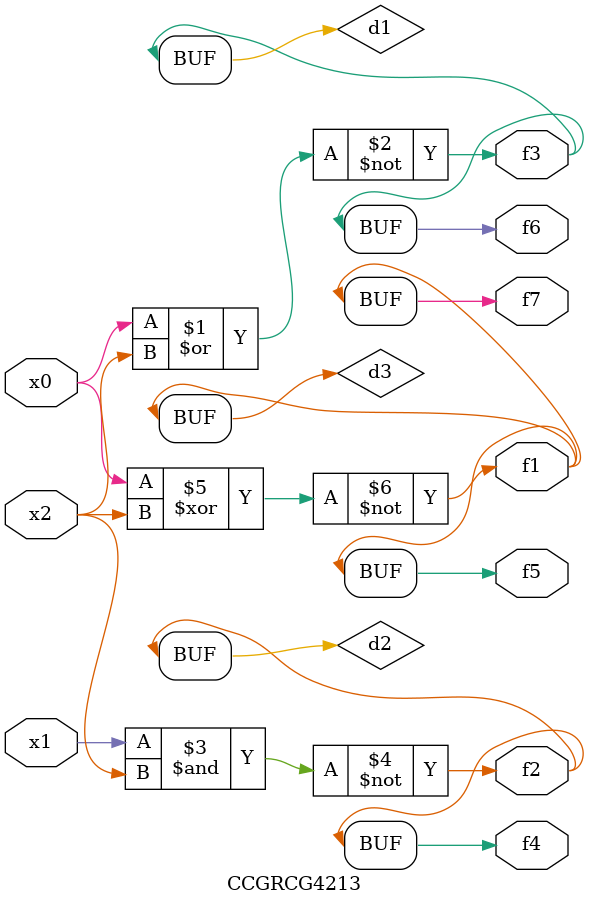
<source format=v>
module CCGRCG4213(
	input x0, x1, x2,
	output f1, f2, f3, f4, f5, f6, f7
);

	wire d1, d2, d3;

	nor (d1, x0, x2);
	nand (d2, x1, x2);
	xnor (d3, x0, x2);
	assign f1 = d3;
	assign f2 = d2;
	assign f3 = d1;
	assign f4 = d2;
	assign f5 = d3;
	assign f6 = d1;
	assign f7 = d3;
endmodule

</source>
